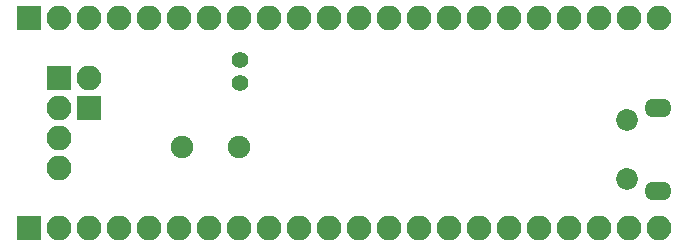
<source format=gbs>
G04 #@! TF.GenerationSoftware,KiCad,Pcbnew,(5.0.0)*
G04 #@! TF.CreationDate,2018-10-21T19:09:07+02:00*
G04 #@! TF.ProjectId,mibo48_stm32,6D69626F34385F73746D33322E6B6963,rev?*
G04 #@! TF.SameCoordinates,PX7a53eb0PY5ad6650*
G04 #@! TF.FileFunction,Soldermask,Bot*
G04 #@! TF.FilePolarity,Negative*
%FSLAX46Y46*%
G04 Gerber Fmt 4.6, Leading zero omitted, Abs format (unit mm)*
G04 Created by KiCad (PCBNEW (5.0.0)) date 10/21/18 19:09:07*
%MOMM*%
%LPD*%
G01*
G04 APERTURE LIST*
%ADD10R,2.100000X2.100000*%
%ADD11O,2.100000X2.100000*%
%ADD12C,1.850000*%
%ADD13O,2.300000X1.600000*%
%ADD14C,1.900000*%
%ADD15C,1.400000*%
G04 APERTURE END LIST*
D10*
G04 #@! TO.C,J2*
X1270000Y-19050000D03*
D11*
X3810000Y-19050000D03*
X6350000Y-19050000D03*
X8890000Y-19050000D03*
X11430000Y-19050000D03*
X13970000Y-19050000D03*
X16510000Y-19050000D03*
X19050000Y-19050000D03*
X21590000Y-19050000D03*
X24130000Y-19050000D03*
X26670000Y-19050000D03*
X29210000Y-19050000D03*
X31750000Y-19050000D03*
X34290000Y-19050000D03*
X36830000Y-19050000D03*
X39370000Y-19050000D03*
X41910000Y-19050000D03*
X44450000Y-19050000D03*
X46990000Y-19050000D03*
X49530000Y-19050000D03*
X52070000Y-19050000D03*
X54610000Y-19050000D03*
G04 #@! TD*
G04 #@! TO.C,J3*
X54610000Y-1270000D03*
X52070000Y-1270000D03*
X49530000Y-1270000D03*
X46990000Y-1270000D03*
X44450000Y-1270000D03*
X41910000Y-1270000D03*
X39370000Y-1270000D03*
X36830000Y-1270000D03*
X34290000Y-1270000D03*
X31750000Y-1270000D03*
X29210000Y-1270000D03*
X26670000Y-1270000D03*
X24130000Y-1270000D03*
X21590000Y-1270000D03*
X19050000Y-1270000D03*
X16510000Y-1270000D03*
X13970000Y-1270000D03*
X11430000Y-1270000D03*
X8890000Y-1270000D03*
X6350000Y-1270000D03*
X3810000Y-1270000D03*
D10*
X1270000Y-1270000D03*
G04 #@! TD*
D12*
G04 #@! TO.C,J4*
X51877500Y-14946000D03*
X51877500Y-9946000D03*
D13*
X54577500Y-15946000D03*
X54577500Y-8946000D03*
G04 #@! TD*
D10*
G04 #@! TO.C,J5*
X3810000Y-6350000D03*
D11*
X3810000Y-8890000D03*
X3810000Y-11430000D03*
X3810000Y-13970000D03*
G04 #@! TD*
D14*
G04 #@! TO.C,Y1*
X14224000Y-12192000D03*
X19104000Y-12192000D03*
G04 #@! TD*
D15*
G04 #@! TO.C,Y2*
X19113500Y-4889500D03*
X19113500Y-6789500D03*
G04 #@! TD*
D10*
G04 #@! TO.C,J1*
X6350000Y-8890000D03*
D11*
X6350000Y-6350000D03*
G04 #@! TD*
M02*

</source>
